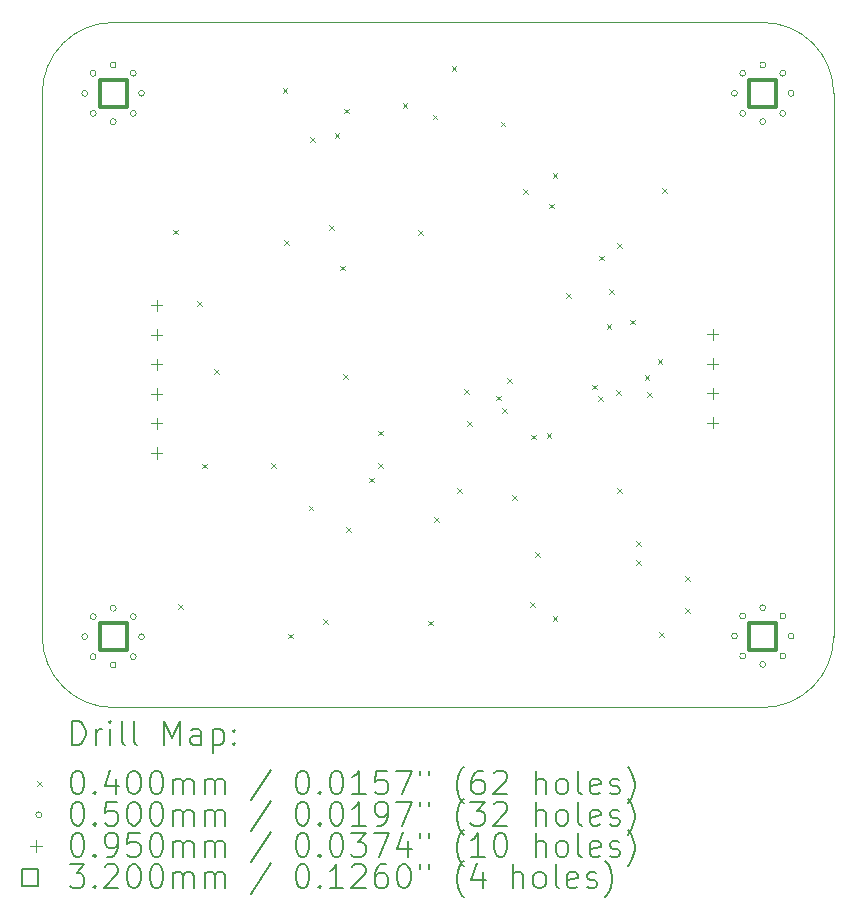
<source format=gbr>
%TF.GenerationSoftware,KiCad,Pcbnew,(6.0.9)*%
%TF.CreationDate,2023-01-31T17:33:41+01:00*%
%TF.ProjectId,driver_stepper_motor,64726976-6572-45f7-9374-65707065725f,2*%
%TF.SameCoordinates,Original*%
%TF.FileFunction,Drillmap*%
%TF.FilePolarity,Positive*%
%FSLAX45Y45*%
G04 Gerber Fmt 4.5, Leading zero omitted, Abs format (unit mm)*
G04 Created by KiCad (PCBNEW (6.0.9)) date 2023-01-31 17:33:41*
%MOMM*%
%LPD*%
G01*
G04 APERTURE LIST*
%ADD10C,0.100000*%
%ADD11C,0.200000*%
%ADD12C,0.040000*%
%ADD13C,0.050000*%
%ADD14C,0.095000*%
%ADD15C,0.320000*%
G04 APERTURE END LIST*
D10*
X5600000Y-18200000D02*
X5600000Y-13600000D01*
X11700000Y-18800000D02*
X6200000Y-18800000D01*
X12300000Y-13600000D02*
X12300000Y-18200000D01*
X6200000Y-13000000D02*
X11700000Y-13000000D01*
X6200000Y-13000000D02*
G75*
G03*
X5600000Y-13600000I0J-600000D01*
G01*
X5600000Y-18200000D02*
G75*
G03*
X6200000Y-18800000I600000J0D01*
G01*
X11700000Y-18800000D02*
G75*
G03*
X12300000Y-18200000I0J600000D01*
G01*
X12300000Y-13600000D02*
G75*
G03*
X11700000Y-13000000I-600000J0D01*
G01*
D11*
D12*
X6705000Y-14755000D02*
X6745000Y-14795000D01*
X6745000Y-14755000D02*
X6705000Y-14795000D01*
X6747500Y-17922500D02*
X6787500Y-17962500D01*
X6787500Y-17922500D02*
X6747500Y-17962500D01*
X6912500Y-15357500D02*
X6952500Y-15397500D01*
X6952500Y-15357500D02*
X6912500Y-15397500D01*
X6955000Y-16735000D02*
X6995000Y-16775000D01*
X6995000Y-16735000D02*
X6955000Y-16775000D01*
X7057500Y-15937500D02*
X7097500Y-15977500D01*
X7097500Y-15937500D02*
X7057500Y-15977500D01*
X7535000Y-16730000D02*
X7575000Y-16770000D01*
X7575000Y-16730000D02*
X7535000Y-16770000D01*
X7635000Y-13555000D02*
X7675000Y-13595000D01*
X7675000Y-13555000D02*
X7635000Y-13595000D01*
X7645000Y-14840000D02*
X7685000Y-14880000D01*
X7685000Y-14840000D02*
X7645000Y-14880000D01*
X7680000Y-18175000D02*
X7720000Y-18215000D01*
X7720000Y-18175000D02*
X7680000Y-18215000D01*
X7855000Y-17090000D02*
X7895000Y-17130000D01*
X7895000Y-17090000D02*
X7855000Y-17130000D01*
X7870000Y-13970000D02*
X7910000Y-14010000D01*
X7910000Y-13970000D02*
X7870000Y-14010000D01*
X7975000Y-18050000D02*
X8015000Y-18090000D01*
X8015000Y-18050000D02*
X7975000Y-18090000D01*
X8030000Y-14715000D02*
X8070000Y-14755000D01*
X8070000Y-14715000D02*
X8030000Y-14755000D01*
X8075000Y-13935000D02*
X8115000Y-13975000D01*
X8115000Y-13935000D02*
X8075000Y-13975000D01*
X8120000Y-15060000D02*
X8160000Y-15100000D01*
X8160000Y-15060000D02*
X8120000Y-15100000D01*
X8150000Y-15980000D02*
X8190000Y-16020000D01*
X8190000Y-15980000D02*
X8150000Y-16020000D01*
X8155000Y-13730000D02*
X8195000Y-13770000D01*
X8195000Y-13730000D02*
X8155000Y-13770000D01*
X8170000Y-17270000D02*
X8210000Y-17310000D01*
X8210000Y-17270000D02*
X8170000Y-17310000D01*
X8365000Y-16855000D02*
X8405000Y-16895000D01*
X8405000Y-16855000D02*
X8365000Y-16895000D01*
X8445000Y-16455000D02*
X8485000Y-16495000D01*
X8485000Y-16455000D02*
X8445000Y-16495000D01*
X8445000Y-16730000D02*
X8485000Y-16770000D01*
X8485000Y-16730000D02*
X8445000Y-16770000D01*
X8650000Y-13682550D02*
X8690000Y-13722550D01*
X8690000Y-13682550D02*
X8650000Y-13722550D01*
X8785000Y-14760000D02*
X8825000Y-14800000D01*
X8825000Y-14760000D02*
X8785000Y-14800000D01*
X8865000Y-18065000D02*
X8905000Y-18105000D01*
X8905000Y-18065000D02*
X8865000Y-18105000D01*
X8905000Y-13780000D02*
X8945000Y-13820000D01*
X8945000Y-13780000D02*
X8905000Y-13820000D01*
X8915000Y-17190000D02*
X8955000Y-17230000D01*
X8955000Y-17190000D02*
X8915000Y-17230000D01*
X9065000Y-13370000D02*
X9105000Y-13410000D01*
X9105000Y-13370000D02*
X9065000Y-13410000D01*
X9115000Y-16945000D02*
X9155000Y-16985000D01*
X9155000Y-16945000D02*
X9115000Y-16985000D01*
X9170000Y-16105000D02*
X9210000Y-16145000D01*
X9210000Y-16105000D02*
X9170000Y-16145000D01*
X9194500Y-16375050D02*
X9234500Y-16415050D01*
X9234500Y-16375050D02*
X9194500Y-16415050D01*
X9445000Y-16160000D02*
X9485000Y-16200000D01*
X9485000Y-16160000D02*
X9445000Y-16200000D01*
X9480000Y-13840000D02*
X9520000Y-13880000D01*
X9520000Y-13840000D02*
X9480000Y-13880000D01*
X9495000Y-16265000D02*
X9535000Y-16305000D01*
X9535000Y-16265000D02*
X9495000Y-16305000D01*
X9535000Y-16010000D02*
X9575000Y-16050000D01*
X9575000Y-16010000D02*
X9535000Y-16050000D01*
X9580000Y-17000000D02*
X9620000Y-17040000D01*
X9620000Y-17000000D02*
X9580000Y-17040000D01*
X9670000Y-14410000D02*
X9710000Y-14450000D01*
X9710000Y-14410000D02*
X9670000Y-14450000D01*
X9730000Y-17905000D02*
X9770000Y-17945000D01*
X9770000Y-17905000D02*
X9730000Y-17945000D01*
X9740000Y-16490000D02*
X9780000Y-16530000D01*
X9780000Y-16490000D02*
X9740000Y-16530000D01*
X9770000Y-17487450D02*
X9810000Y-17527450D01*
X9810000Y-17487450D02*
X9770000Y-17527450D01*
X9870000Y-16475000D02*
X9910000Y-16515000D01*
X9910000Y-16475000D02*
X9870000Y-16515000D01*
X9890000Y-14535000D02*
X9930000Y-14575000D01*
X9930000Y-14535000D02*
X9890000Y-14575000D01*
X9920000Y-14275000D02*
X9960000Y-14315000D01*
X9960000Y-14275000D02*
X9920000Y-14315000D01*
X9920000Y-18025000D02*
X9960000Y-18065000D01*
X9960000Y-18025000D02*
X9920000Y-18065000D01*
X10035000Y-15290000D02*
X10075000Y-15330000D01*
X10075000Y-15290000D02*
X10035000Y-15330000D01*
X10258112Y-16067082D02*
X10298112Y-16107082D01*
X10298112Y-16067082D02*
X10258112Y-16107082D01*
X10305000Y-16165000D02*
X10345000Y-16205000D01*
X10345000Y-16165000D02*
X10305000Y-16205000D01*
X10315000Y-14975000D02*
X10355000Y-15015000D01*
X10355000Y-14975000D02*
X10315000Y-15015000D01*
X10377500Y-15552500D02*
X10417500Y-15592500D01*
X10417500Y-15552500D02*
X10377500Y-15592500D01*
X10400000Y-15255000D02*
X10440000Y-15295000D01*
X10440000Y-15255000D02*
X10400000Y-15295000D01*
X10460000Y-16110000D02*
X10500000Y-16150000D01*
X10500000Y-16110000D02*
X10460000Y-16150000D01*
X10470000Y-14870000D02*
X10510000Y-14910000D01*
X10510000Y-14870000D02*
X10470000Y-14910000D01*
X10470000Y-16945000D02*
X10510000Y-16985000D01*
X10510000Y-16945000D02*
X10470000Y-16985000D01*
X10575000Y-15515000D02*
X10615000Y-15555000D01*
X10615000Y-15515000D02*
X10575000Y-15555000D01*
X10630000Y-17390000D02*
X10670000Y-17430000D01*
X10670000Y-17390000D02*
X10630000Y-17430000D01*
X10630000Y-17555000D02*
X10670000Y-17595000D01*
X10670000Y-17555000D02*
X10630000Y-17595000D01*
X10700000Y-15985000D02*
X10740000Y-16025000D01*
X10740000Y-15985000D02*
X10700000Y-16025000D01*
X10720000Y-16130000D02*
X10760000Y-16170000D01*
X10760000Y-16130000D02*
X10720000Y-16170000D01*
X10810000Y-15850000D02*
X10850000Y-15890000D01*
X10850000Y-15850000D02*
X10810000Y-15890000D01*
X10825000Y-18165000D02*
X10865000Y-18205000D01*
X10865000Y-18165000D02*
X10825000Y-18205000D01*
X10850000Y-14405000D02*
X10890000Y-14445000D01*
X10890000Y-14405000D02*
X10850000Y-14445000D01*
X11040000Y-17685000D02*
X11080000Y-17725000D01*
X11080000Y-17685000D02*
X11040000Y-17725000D01*
X11045000Y-17960000D02*
X11085000Y-18000000D01*
X11085000Y-17960000D02*
X11045000Y-18000000D01*
D13*
X5985000Y-13600000D02*
G75*
G03*
X5985000Y-13600000I-25000J0D01*
G01*
X5985000Y-18200000D02*
G75*
G03*
X5985000Y-18200000I-25000J0D01*
G01*
X6055294Y-13430294D02*
G75*
G03*
X6055294Y-13430294I-25000J0D01*
G01*
X6055294Y-13769706D02*
G75*
G03*
X6055294Y-13769706I-25000J0D01*
G01*
X6055294Y-18030294D02*
G75*
G03*
X6055294Y-18030294I-25000J0D01*
G01*
X6055294Y-18369706D02*
G75*
G03*
X6055294Y-18369706I-25000J0D01*
G01*
X6225000Y-13360000D02*
G75*
G03*
X6225000Y-13360000I-25000J0D01*
G01*
X6225000Y-13840000D02*
G75*
G03*
X6225000Y-13840000I-25000J0D01*
G01*
X6225000Y-17960000D02*
G75*
G03*
X6225000Y-17960000I-25000J0D01*
G01*
X6225000Y-18440000D02*
G75*
G03*
X6225000Y-18440000I-25000J0D01*
G01*
X6394706Y-13430294D02*
G75*
G03*
X6394706Y-13430294I-25000J0D01*
G01*
X6394706Y-13769706D02*
G75*
G03*
X6394706Y-13769706I-25000J0D01*
G01*
X6394706Y-18030294D02*
G75*
G03*
X6394706Y-18030294I-25000J0D01*
G01*
X6394706Y-18369706D02*
G75*
G03*
X6394706Y-18369706I-25000J0D01*
G01*
X6465000Y-13600000D02*
G75*
G03*
X6465000Y-13600000I-25000J0D01*
G01*
X6465000Y-18200000D02*
G75*
G03*
X6465000Y-18200000I-25000J0D01*
G01*
X11485000Y-13600000D02*
G75*
G03*
X11485000Y-13600000I-25000J0D01*
G01*
X11485000Y-18195000D02*
G75*
G03*
X11485000Y-18195000I-25000J0D01*
G01*
X11555294Y-13430294D02*
G75*
G03*
X11555294Y-13430294I-25000J0D01*
G01*
X11555294Y-13769706D02*
G75*
G03*
X11555294Y-13769706I-25000J0D01*
G01*
X11555294Y-18025294D02*
G75*
G03*
X11555294Y-18025294I-25000J0D01*
G01*
X11555294Y-18364706D02*
G75*
G03*
X11555294Y-18364706I-25000J0D01*
G01*
X11725000Y-13360000D02*
G75*
G03*
X11725000Y-13360000I-25000J0D01*
G01*
X11725000Y-13840000D02*
G75*
G03*
X11725000Y-13840000I-25000J0D01*
G01*
X11725000Y-17955000D02*
G75*
G03*
X11725000Y-17955000I-25000J0D01*
G01*
X11725000Y-18435000D02*
G75*
G03*
X11725000Y-18435000I-25000J0D01*
G01*
X11894706Y-13430294D02*
G75*
G03*
X11894706Y-13430294I-25000J0D01*
G01*
X11894706Y-13769706D02*
G75*
G03*
X11894706Y-13769706I-25000J0D01*
G01*
X11894706Y-18025294D02*
G75*
G03*
X11894706Y-18025294I-25000J0D01*
G01*
X11894706Y-18364706D02*
G75*
G03*
X11894706Y-18364706I-25000J0D01*
G01*
X11965000Y-13600000D02*
G75*
G03*
X11965000Y-13600000I-25000J0D01*
G01*
X11965000Y-18195000D02*
G75*
G03*
X11965000Y-18195000I-25000J0D01*
G01*
D14*
X6567500Y-15347500D02*
X6567500Y-15442500D01*
X6520000Y-15395000D02*
X6615000Y-15395000D01*
X6567500Y-15597500D02*
X6567500Y-15692500D01*
X6520000Y-15645000D02*
X6615000Y-15645000D01*
X6567500Y-15847500D02*
X6567500Y-15942500D01*
X6520000Y-15895000D02*
X6615000Y-15895000D01*
X6567500Y-16097500D02*
X6567500Y-16192500D01*
X6520000Y-16145000D02*
X6615000Y-16145000D01*
X6567500Y-16347500D02*
X6567500Y-16442500D01*
X6520000Y-16395000D02*
X6615000Y-16395000D01*
X6567500Y-16597500D02*
X6567500Y-16692500D01*
X6520000Y-16645000D02*
X6615000Y-16645000D01*
X11275000Y-15592500D02*
X11275000Y-15687500D01*
X11227500Y-15640000D02*
X11322500Y-15640000D01*
X11275000Y-15842500D02*
X11275000Y-15937500D01*
X11227500Y-15890000D02*
X11322500Y-15890000D01*
X11275000Y-16092500D02*
X11275000Y-16187500D01*
X11227500Y-16140000D02*
X11322500Y-16140000D01*
X11275000Y-16342500D02*
X11275000Y-16437500D01*
X11227500Y-16390000D02*
X11322500Y-16390000D01*
D15*
X6313138Y-13713138D02*
X6313138Y-13486862D01*
X6086862Y-13486862D01*
X6086862Y-13713138D01*
X6313138Y-13713138D01*
X6313138Y-18313138D02*
X6313138Y-18086862D01*
X6086862Y-18086862D01*
X6086862Y-18313138D01*
X6313138Y-18313138D01*
X11813138Y-13713138D02*
X11813138Y-13486862D01*
X11586862Y-13486862D01*
X11586862Y-13713138D01*
X11813138Y-13713138D01*
X11813138Y-18313138D02*
X11813138Y-18086862D01*
X11586862Y-18086862D01*
X11586862Y-18313138D01*
X11813138Y-18313138D01*
D11*
X5852619Y-19115476D02*
X5852619Y-18915476D01*
X5900238Y-18915476D01*
X5928809Y-18925000D01*
X5947857Y-18944048D01*
X5957381Y-18963095D01*
X5966905Y-19001190D01*
X5966905Y-19029762D01*
X5957381Y-19067857D01*
X5947857Y-19086905D01*
X5928809Y-19105952D01*
X5900238Y-19115476D01*
X5852619Y-19115476D01*
X6052619Y-19115476D02*
X6052619Y-18982143D01*
X6052619Y-19020238D02*
X6062143Y-19001190D01*
X6071667Y-18991667D01*
X6090714Y-18982143D01*
X6109762Y-18982143D01*
X6176428Y-19115476D02*
X6176428Y-18982143D01*
X6176428Y-18915476D02*
X6166905Y-18925000D01*
X6176428Y-18934524D01*
X6185952Y-18925000D01*
X6176428Y-18915476D01*
X6176428Y-18934524D01*
X6300238Y-19115476D02*
X6281190Y-19105952D01*
X6271667Y-19086905D01*
X6271667Y-18915476D01*
X6405000Y-19115476D02*
X6385952Y-19105952D01*
X6376428Y-19086905D01*
X6376428Y-18915476D01*
X6633571Y-19115476D02*
X6633571Y-18915476D01*
X6700238Y-19058333D01*
X6766905Y-18915476D01*
X6766905Y-19115476D01*
X6947857Y-19115476D02*
X6947857Y-19010714D01*
X6938333Y-18991667D01*
X6919286Y-18982143D01*
X6881190Y-18982143D01*
X6862143Y-18991667D01*
X6947857Y-19105952D02*
X6928809Y-19115476D01*
X6881190Y-19115476D01*
X6862143Y-19105952D01*
X6852619Y-19086905D01*
X6852619Y-19067857D01*
X6862143Y-19048810D01*
X6881190Y-19039286D01*
X6928809Y-19039286D01*
X6947857Y-19029762D01*
X7043095Y-18982143D02*
X7043095Y-19182143D01*
X7043095Y-18991667D02*
X7062143Y-18982143D01*
X7100238Y-18982143D01*
X7119286Y-18991667D01*
X7128809Y-19001190D01*
X7138333Y-19020238D01*
X7138333Y-19077381D01*
X7128809Y-19096429D01*
X7119286Y-19105952D01*
X7100238Y-19115476D01*
X7062143Y-19115476D01*
X7043095Y-19105952D01*
X7224048Y-19096429D02*
X7233571Y-19105952D01*
X7224048Y-19115476D01*
X7214524Y-19105952D01*
X7224048Y-19096429D01*
X7224048Y-19115476D01*
X7224048Y-18991667D02*
X7233571Y-19001190D01*
X7224048Y-19010714D01*
X7214524Y-19001190D01*
X7224048Y-18991667D01*
X7224048Y-19010714D01*
D12*
X5555000Y-19425000D02*
X5595000Y-19465000D01*
X5595000Y-19425000D02*
X5555000Y-19465000D01*
D11*
X5890714Y-19335476D02*
X5909762Y-19335476D01*
X5928809Y-19345000D01*
X5938333Y-19354524D01*
X5947857Y-19373571D01*
X5957381Y-19411667D01*
X5957381Y-19459286D01*
X5947857Y-19497381D01*
X5938333Y-19516429D01*
X5928809Y-19525952D01*
X5909762Y-19535476D01*
X5890714Y-19535476D01*
X5871667Y-19525952D01*
X5862143Y-19516429D01*
X5852619Y-19497381D01*
X5843095Y-19459286D01*
X5843095Y-19411667D01*
X5852619Y-19373571D01*
X5862143Y-19354524D01*
X5871667Y-19345000D01*
X5890714Y-19335476D01*
X6043095Y-19516429D02*
X6052619Y-19525952D01*
X6043095Y-19535476D01*
X6033571Y-19525952D01*
X6043095Y-19516429D01*
X6043095Y-19535476D01*
X6224048Y-19402143D02*
X6224048Y-19535476D01*
X6176428Y-19325952D02*
X6128809Y-19468810D01*
X6252619Y-19468810D01*
X6366905Y-19335476D02*
X6385952Y-19335476D01*
X6405000Y-19345000D01*
X6414524Y-19354524D01*
X6424048Y-19373571D01*
X6433571Y-19411667D01*
X6433571Y-19459286D01*
X6424048Y-19497381D01*
X6414524Y-19516429D01*
X6405000Y-19525952D01*
X6385952Y-19535476D01*
X6366905Y-19535476D01*
X6347857Y-19525952D01*
X6338333Y-19516429D01*
X6328809Y-19497381D01*
X6319286Y-19459286D01*
X6319286Y-19411667D01*
X6328809Y-19373571D01*
X6338333Y-19354524D01*
X6347857Y-19345000D01*
X6366905Y-19335476D01*
X6557381Y-19335476D02*
X6576428Y-19335476D01*
X6595476Y-19345000D01*
X6605000Y-19354524D01*
X6614524Y-19373571D01*
X6624048Y-19411667D01*
X6624048Y-19459286D01*
X6614524Y-19497381D01*
X6605000Y-19516429D01*
X6595476Y-19525952D01*
X6576428Y-19535476D01*
X6557381Y-19535476D01*
X6538333Y-19525952D01*
X6528809Y-19516429D01*
X6519286Y-19497381D01*
X6509762Y-19459286D01*
X6509762Y-19411667D01*
X6519286Y-19373571D01*
X6528809Y-19354524D01*
X6538333Y-19345000D01*
X6557381Y-19335476D01*
X6709762Y-19535476D02*
X6709762Y-19402143D01*
X6709762Y-19421190D02*
X6719286Y-19411667D01*
X6738333Y-19402143D01*
X6766905Y-19402143D01*
X6785952Y-19411667D01*
X6795476Y-19430714D01*
X6795476Y-19535476D01*
X6795476Y-19430714D02*
X6805000Y-19411667D01*
X6824048Y-19402143D01*
X6852619Y-19402143D01*
X6871667Y-19411667D01*
X6881190Y-19430714D01*
X6881190Y-19535476D01*
X6976428Y-19535476D02*
X6976428Y-19402143D01*
X6976428Y-19421190D02*
X6985952Y-19411667D01*
X7005000Y-19402143D01*
X7033571Y-19402143D01*
X7052619Y-19411667D01*
X7062143Y-19430714D01*
X7062143Y-19535476D01*
X7062143Y-19430714D02*
X7071667Y-19411667D01*
X7090714Y-19402143D01*
X7119286Y-19402143D01*
X7138333Y-19411667D01*
X7147857Y-19430714D01*
X7147857Y-19535476D01*
X7538333Y-19325952D02*
X7366905Y-19583095D01*
X7795476Y-19335476D02*
X7814524Y-19335476D01*
X7833571Y-19345000D01*
X7843095Y-19354524D01*
X7852619Y-19373571D01*
X7862143Y-19411667D01*
X7862143Y-19459286D01*
X7852619Y-19497381D01*
X7843095Y-19516429D01*
X7833571Y-19525952D01*
X7814524Y-19535476D01*
X7795476Y-19535476D01*
X7776428Y-19525952D01*
X7766905Y-19516429D01*
X7757381Y-19497381D01*
X7747857Y-19459286D01*
X7747857Y-19411667D01*
X7757381Y-19373571D01*
X7766905Y-19354524D01*
X7776428Y-19345000D01*
X7795476Y-19335476D01*
X7947857Y-19516429D02*
X7957381Y-19525952D01*
X7947857Y-19535476D01*
X7938333Y-19525952D01*
X7947857Y-19516429D01*
X7947857Y-19535476D01*
X8081190Y-19335476D02*
X8100238Y-19335476D01*
X8119286Y-19345000D01*
X8128809Y-19354524D01*
X8138333Y-19373571D01*
X8147857Y-19411667D01*
X8147857Y-19459286D01*
X8138333Y-19497381D01*
X8128809Y-19516429D01*
X8119286Y-19525952D01*
X8100238Y-19535476D01*
X8081190Y-19535476D01*
X8062143Y-19525952D01*
X8052619Y-19516429D01*
X8043095Y-19497381D01*
X8033571Y-19459286D01*
X8033571Y-19411667D01*
X8043095Y-19373571D01*
X8052619Y-19354524D01*
X8062143Y-19345000D01*
X8081190Y-19335476D01*
X8338333Y-19535476D02*
X8224048Y-19535476D01*
X8281190Y-19535476D02*
X8281190Y-19335476D01*
X8262143Y-19364048D01*
X8243095Y-19383095D01*
X8224048Y-19392619D01*
X8519286Y-19335476D02*
X8424048Y-19335476D01*
X8414524Y-19430714D01*
X8424048Y-19421190D01*
X8443095Y-19411667D01*
X8490714Y-19411667D01*
X8509762Y-19421190D01*
X8519286Y-19430714D01*
X8528810Y-19449762D01*
X8528810Y-19497381D01*
X8519286Y-19516429D01*
X8509762Y-19525952D01*
X8490714Y-19535476D01*
X8443095Y-19535476D01*
X8424048Y-19525952D01*
X8414524Y-19516429D01*
X8595476Y-19335476D02*
X8728810Y-19335476D01*
X8643095Y-19535476D01*
X8795476Y-19335476D02*
X8795476Y-19373571D01*
X8871667Y-19335476D02*
X8871667Y-19373571D01*
X9166905Y-19611667D02*
X9157381Y-19602143D01*
X9138333Y-19573571D01*
X9128810Y-19554524D01*
X9119286Y-19525952D01*
X9109762Y-19478333D01*
X9109762Y-19440238D01*
X9119286Y-19392619D01*
X9128810Y-19364048D01*
X9138333Y-19345000D01*
X9157381Y-19316429D01*
X9166905Y-19306905D01*
X9328810Y-19335476D02*
X9290714Y-19335476D01*
X9271667Y-19345000D01*
X9262143Y-19354524D01*
X9243095Y-19383095D01*
X9233571Y-19421190D01*
X9233571Y-19497381D01*
X9243095Y-19516429D01*
X9252619Y-19525952D01*
X9271667Y-19535476D01*
X9309762Y-19535476D01*
X9328810Y-19525952D01*
X9338333Y-19516429D01*
X9347857Y-19497381D01*
X9347857Y-19449762D01*
X9338333Y-19430714D01*
X9328810Y-19421190D01*
X9309762Y-19411667D01*
X9271667Y-19411667D01*
X9252619Y-19421190D01*
X9243095Y-19430714D01*
X9233571Y-19449762D01*
X9424048Y-19354524D02*
X9433571Y-19345000D01*
X9452619Y-19335476D01*
X9500238Y-19335476D01*
X9519286Y-19345000D01*
X9528810Y-19354524D01*
X9538333Y-19373571D01*
X9538333Y-19392619D01*
X9528810Y-19421190D01*
X9414524Y-19535476D01*
X9538333Y-19535476D01*
X9776429Y-19535476D02*
X9776429Y-19335476D01*
X9862143Y-19535476D02*
X9862143Y-19430714D01*
X9852619Y-19411667D01*
X9833571Y-19402143D01*
X9805000Y-19402143D01*
X9785952Y-19411667D01*
X9776429Y-19421190D01*
X9985952Y-19535476D02*
X9966905Y-19525952D01*
X9957381Y-19516429D01*
X9947857Y-19497381D01*
X9947857Y-19440238D01*
X9957381Y-19421190D01*
X9966905Y-19411667D01*
X9985952Y-19402143D01*
X10014524Y-19402143D01*
X10033571Y-19411667D01*
X10043095Y-19421190D01*
X10052619Y-19440238D01*
X10052619Y-19497381D01*
X10043095Y-19516429D01*
X10033571Y-19525952D01*
X10014524Y-19535476D01*
X9985952Y-19535476D01*
X10166905Y-19535476D02*
X10147857Y-19525952D01*
X10138333Y-19506905D01*
X10138333Y-19335476D01*
X10319286Y-19525952D02*
X10300238Y-19535476D01*
X10262143Y-19535476D01*
X10243095Y-19525952D01*
X10233571Y-19506905D01*
X10233571Y-19430714D01*
X10243095Y-19411667D01*
X10262143Y-19402143D01*
X10300238Y-19402143D01*
X10319286Y-19411667D01*
X10328810Y-19430714D01*
X10328810Y-19449762D01*
X10233571Y-19468810D01*
X10405000Y-19525952D02*
X10424048Y-19535476D01*
X10462143Y-19535476D01*
X10481190Y-19525952D01*
X10490714Y-19506905D01*
X10490714Y-19497381D01*
X10481190Y-19478333D01*
X10462143Y-19468810D01*
X10433571Y-19468810D01*
X10414524Y-19459286D01*
X10405000Y-19440238D01*
X10405000Y-19430714D01*
X10414524Y-19411667D01*
X10433571Y-19402143D01*
X10462143Y-19402143D01*
X10481190Y-19411667D01*
X10557381Y-19611667D02*
X10566905Y-19602143D01*
X10585952Y-19573571D01*
X10595476Y-19554524D01*
X10605000Y-19525952D01*
X10614524Y-19478333D01*
X10614524Y-19440238D01*
X10605000Y-19392619D01*
X10595476Y-19364048D01*
X10585952Y-19345000D01*
X10566905Y-19316429D01*
X10557381Y-19306905D01*
D13*
X5595000Y-19709000D02*
G75*
G03*
X5595000Y-19709000I-25000J0D01*
G01*
D11*
X5890714Y-19599476D02*
X5909762Y-19599476D01*
X5928809Y-19609000D01*
X5938333Y-19618524D01*
X5947857Y-19637571D01*
X5957381Y-19675667D01*
X5957381Y-19723286D01*
X5947857Y-19761381D01*
X5938333Y-19780429D01*
X5928809Y-19789952D01*
X5909762Y-19799476D01*
X5890714Y-19799476D01*
X5871667Y-19789952D01*
X5862143Y-19780429D01*
X5852619Y-19761381D01*
X5843095Y-19723286D01*
X5843095Y-19675667D01*
X5852619Y-19637571D01*
X5862143Y-19618524D01*
X5871667Y-19609000D01*
X5890714Y-19599476D01*
X6043095Y-19780429D02*
X6052619Y-19789952D01*
X6043095Y-19799476D01*
X6033571Y-19789952D01*
X6043095Y-19780429D01*
X6043095Y-19799476D01*
X6233571Y-19599476D02*
X6138333Y-19599476D01*
X6128809Y-19694714D01*
X6138333Y-19685190D01*
X6157381Y-19675667D01*
X6205000Y-19675667D01*
X6224048Y-19685190D01*
X6233571Y-19694714D01*
X6243095Y-19713762D01*
X6243095Y-19761381D01*
X6233571Y-19780429D01*
X6224048Y-19789952D01*
X6205000Y-19799476D01*
X6157381Y-19799476D01*
X6138333Y-19789952D01*
X6128809Y-19780429D01*
X6366905Y-19599476D02*
X6385952Y-19599476D01*
X6405000Y-19609000D01*
X6414524Y-19618524D01*
X6424048Y-19637571D01*
X6433571Y-19675667D01*
X6433571Y-19723286D01*
X6424048Y-19761381D01*
X6414524Y-19780429D01*
X6405000Y-19789952D01*
X6385952Y-19799476D01*
X6366905Y-19799476D01*
X6347857Y-19789952D01*
X6338333Y-19780429D01*
X6328809Y-19761381D01*
X6319286Y-19723286D01*
X6319286Y-19675667D01*
X6328809Y-19637571D01*
X6338333Y-19618524D01*
X6347857Y-19609000D01*
X6366905Y-19599476D01*
X6557381Y-19599476D02*
X6576428Y-19599476D01*
X6595476Y-19609000D01*
X6605000Y-19618524D01*
X6614524Y-19637571D01*
X6624048Y-19675667D01*
X6624048Y-19723286D01*
X6614524Y-19761381D01*
X6605000Y-19780429D01*
X6595476Y-19789952D01*
X6576428Y-19799476D01*
X6557381Y-19799476D01*
X6538333Y-19789952D01*
X6528809Y-19780429D01*
X6519286Y-19761381D01*
X6509762Y-19723286D01*
X6509762Y-19675667D01*
X6519286Y-19637571D01*
X6528809Y-19618524D01*
X6538333Y-19609000D01*
X6557381Y-19599476D01*
X6709762Y-19799476D02*
X6709762Y-19666143D01*
X6709762Y-19685190D02*
X6719286Y-19675667D01*
X6738333Y-19666143D01*
X6766905Y-19666143D01*
X6785952Y-19675667D01*
X6795476Y-19694714D01*
X6795476Y-19799476D01*
X6795476Y-19694714D02*
X6805000Y-19675667D01*
X6824048Y-19666143D01*
X6852619Y-19666143D01*
X6871667Y-19675667D01*
X6881190Y-19694714D01*
X6881190Y-19799476D01*
X6976428Y-19799476D02*
X6976428Y-19666143D01*
X6976428Y-19685190D02*
X6985952Y-19675667D01*
X7005000Y-19666143D01*
X7033571Y-19666143D01*
X7052619Y-19675667D01*
X7062143Y-19694714D01*
X7062143Y-19799476D01*
X7062143Y-19694714D02*
X7071667Y-19675667D01*
X7090714Y-19666143D01*
X7119286Y-19666143D01*
X7138333Y-19675667D01*
X7147857Y-19694714D01*
X7147857Y-19799476D01*
X7538333Y-19589952D02*
X7366905Y-19847095D01*
X7795476Y-19599476D02*
X7814524Y-19599476D01*
X7833571Y-19609000D01*
X7843095Y-19618524D01*
X7852619Y-19637571D01*
X7862143Y-19675667D01*
X7862143Y-19723286D01*
X7852619Y-19761381D01*
X7843095Y-19780429D01*
X7833571Y-19789952D01*
X7814524Y-19799476D01*
X7795476Y-19799476D01*
X7776428Y-19789952D01*
X7766905Y-19780429D01*
X7757381Y-19761381D01*
X7747857Y-19723286D01*
X7747857Y-19675667D01*
X7757381Y-19637571D01*
X7766905Y-19618524D01*
X7776428Y-19609000D01*
X7795476Y-19599476D01*
X7947857Y-19780429D02*
X7957381Y-19789952D01*
X7947857Y-19799476D01*
X7938333Y-19789952D01*
X7947857Y-19780429D01*
X7947857Y-19799476D01*
X8081190Y-19599476D02*
X8100238Y-19599476D01*
X8119286Y-19609000D01*
X8128809Y-19618524D01*
X8138333Y-19637571D01*
X8147857Y-19675667D01*
X8147857Y-19723286D01*
X8138333Y-19761381D01*
X8128809Y-19780429D01*
X8119286Y-19789952D01*
X8100238Y-19799476D01*
X8081190Y-19799476D01*
X8062143Y-19789952D01*
X8052619Y-19780429D01*
X8043095Y-19761381D01*
X8033571Y-19723286D01*
X8033571Y-19675667D01*
X8043095Y-19637571D01*
X8052619Y-19618524D01*
X8062143Y-19609000D01*
X8081190Y-19599476D01*
X8338333Y-19799476D02*
X8224048Y-19799476D01*
X8281190Y-19799476D02*
X8281190Y-19599476D01*
X8262143Y-19628048D01*
X8243095Y-19647095D01*
X8224048Y-19656619D01*
X8433571Y-19799476D02*
X8471667Y-19799476D01*
X8490714Y-19789952D01*
X8500238Y-19780429D01*
X8519286Y-19751857D01*
X8528810Y-19713762D01*
X8528810Y-19637571D01*
X8519286Y-19618524D01*
X8509762Y-19609000D01*
X8490714Y-19599476D01*
X8452619Y-19599476D01*
X8433571Y-19609000D01*
X8424048Y-19618524D01*
X8414524Y-19637571D01*
X8414524Y-19685190D01*
X8424048Y-19704238D01*
X8433571Y-19713762D01*
X8452619Y-19723286D01*
X8490714Y-19723286D01*
X8509762Y-19713762D01*
X8519286Y-19704238D01*
X8528810Y-19685190D01*
X8595476Y-19599476D02*
X8728810Y-19599476D01*
X8643095Y-19799476D01*
X8795476Y-19599476D02*
X8795476Y-19637571D01*
X8871667Y-19599476D02*
X8871667Y-19637571D01*
X9166905Y-19875667D02*
X9157381Y-19866143D01*
X9138333Y-19837571D01*
X9128810Y-19818524D01*
X9119286Y-19789952D01*
X9109762Y-19742333D01*
X9109762Y-19704238D01*
X9119286Y-19656619D01*
X9128810Y-19628048D01*
X9138333Y-19609000D01*
X9157381Y-19580429D01*
X9166905Y-19570905D01*
X9224048Y-19599476D02*
X9347857Y-19599476D01*
X9281190Y-19675667D01*
X9309762Y-19675667D01*
X9328810Y-19685190D01*
X9338333Y-19694714D01*
X9347857Y-19713762D01*
X9347857Y-19761381D01*
X9338333Y-19780429D01*
X9328810Y-19789952D01*
X9309762Y-19799476D01*
X9252619Y-19799476D01*
X9233571Y-19789952D01*
X9224048Y-19780429D01*
X9424048Y-19618524D02*
X9433571Y-19609000D01*
X9452619Y-19599476D01*
X9500238Y-19599476D01*
X9519286Y-19609000D01*
X9528810Y-19618524D01*
X9538333Y-19637571D01*
X9538333Y-19656619D01*
X9528810Y-19685190D01*
X9414524Y-19799476D01*
X9538333Y-19799476D01*
X9776429Y-19799476D02*
X9776429Y-19599476D01*
X9862143Y-19799476D02*
X9862143Y-19694714D01*
X9852619Y-19675667D01*
X9833571Y-19666143D01*
X9805000Y-19666143D01*
X9785952Y-19675667D01*
X9776429Y-19685190D01*
X9985952Y-19799476D02*
X9966905Y-19789952D01*
X9957381Y-19780429D01*
X9947857Y-19761381D01*
X9947857Y-19704238D01*
X9957381Y-19685190D01*
X9966905Y-19675667D01*
X9985952Y-19666143D01*
X10014524Y-19666143D01*
X10033571Y-19675667D01*
X10043095Y-19685190D01*
X10052619Y-19704238D01*
X10052619Y-19761381D01*
X10043095Y-19780429D01*
X10033571Y-19789952D01*
X10014524Y-19799476D01*
X9985952Y-19799476D01*
X10166905Y-19799476D02*
X10147857Y-19789952D01*
X10138333Y-19770905D01*
X10138333Y-19599476D01*
X10319286Y-19789952D02*
X10300238Y-19799476D01*
X10262143Y-19799476D01*
X10243095Y-19789952D01*
X10233571Y-19770905D01*
X10233571Y-19694714D01*
X10243095Y-19675667D01*
X10262143Y-19666143D01*
X10300238Y-19666143D01*
X10319286Y-19675667D01*
X10328810Y-19694714D01*
X10328810Y-19713762D01*
X10233571Y-19732810D01*
X10405000Y-19789952D02*
X10424048Y-19799476D01*
X10462143Y-19799476D01*
X10481190Y-19789952D01*
X10490714Y-19770905D01*
X10490714Y-19761381D01*
X10481190Y-19742333D01*
X10462143Y-19732810D01*
X10433571Y-19732810D01*
X10414524Y-19723286D01*
X10405000Y-19704238D01*
X10405000Y-19694714D01*
X10414524Y-19675667D01*
X10433571Y-19666143D01*
X10462143Y-19666143D01*
X10481190Y-19675667D01*
X10557381Y-19875667D02*
X10566905Y-19866143D01*
X10585952Y-19837571D01*
X10595476Y-19818524D01*
X10605000Y-19789952D01*
X10614524Y-19742333D01*
X10614524Y-19704238D01*
X10605000Y-19656619D01*
X10595476Y-19628048D01*
X10585952Y-19609000D01*
X10566905Y-19580429D01*
X10557381Y-19570905D01*
D14*
X5547500Y-19925500D02*
X5547500Y-20020500D01*
X5500000Y-19973000D02*
X5595000Y-19973000D01*
D11*
X5890714Y-19863476D02*
X5909762Y-19863476D01*
X5928809Y-19873000D01*
X5938333Y-19882524D01*
X5947857Y-19901571D01*
X5957381Y-19939667D01*
X5957381Y-19987286D01*
X5947857Y-20025381D01*
X5938333Y-20044429D01*
X5928809Y-20053952D01*
X5909762Y-20063476D01*
X5890714Y-20063476D01*
X5871667Y-20053952D01*
X5862143Y-20044429D01*
X5852619Y-20025381D01*
X5843095Y-19987286D01*
X5843095Y-19939667D01*
X5852619Y-19901571D01*
X5862143Y-19882524D01*
X5871667Y-19873000D01*
X5890714Y-19863476D01*
X6043095Y-20044429D02*
X6052619Y-20053952D01*
X6043095Y-20063476D01*
X6033571Y-20053952D01*
X6043095Y-20044429D01*
X6043095Y-20063476D01*
X6147857Y-20063476D02*
X6185952Y-20063476D01*
X6205000Y-20053952D01*
X6214524Y-20044429D01*
X6233571Y-20015857D01*
X6243095Y-19977762D01*
X6243095Y-19901571D01*
X6233571Y-19882524D01*
X6224048Y-19873000D01*
X6205000Y-19863476D01*
X6166905Y-19863476D01*
X6147857Y-19873000D01*
X6138333Y-19882524D01*
X6128809Y-19901571D01*
X6128809Y-19949190D01*
X6138333Y-19968238D01*
X6147857Y-19977762D01*
X6166905Y-19987286D01*
X6205000Y-19987286D01*
X6224048Y-19977762D01*
X6233571Y-19968238D01*
X6243095Y-19949190D01*
X6424048Y-19863476D02*
X6328809Y-19863476D01*
X6319286Y-19958714D01*
X6328809Y-19949190D01*
X6347857Y-19939667D01*
X6395476Y-19939667D01*
X6414524Y-19949190D01*
X6424048Y-19958714D01*
X6433571Y-19977762D01*
X6433571Y-20025381D01*
X6424048Y-20044429D01*
X6414524Y-20053952D01*
X6395476Y-20063476D01*
X6347857Y-20063476D01*
X6328809Y-20053952D01*
X6319286Y-20044429D01*
X6557381Y-19863476D02*
X6576428Y-19863476D01*
X6595476Y-19873000D01*
X6605000Y-19882524D01*
X6614524Y-19901571D01*
X6624048Y-19939667D01*
X6624048Y-19987286D01*
X6614524Y-20025381D01*
X6605000Y-20044429D01*
X6595476Y-20053952D01*
X6576428Y-20063476D01*
X6557381Y-20063476D01*
X6538333Y-20053952D01*
X6528809Y-20044429D01*
X6519286Y-20025381D01*
X6509762Y-19987286D01*
X6509762Y-19939667D01*
X6519286Y-19901571D01*
X6528809Y-19882524D01*
X6538333Y-19873000D01*
X6557381Y-19863476D01*
X6709762Y-20063476D02*
X6709762Y-19930143D01*
X6709762Y-19949190D02*
X6719286Y-19939667D01*
X6738333Y-19930143D01*
X6766905Y-19930143D01*
X6785952Y-19939667D01*
X6795476Y-19958714D01*
X6795476Y-20063476D01*
X6795476Y-19958714D02*
X6805000Y-19939667D01*
X6824048Y-19930143D01*
X6852619Y-19930143D01*
X6871667Y-19939667D01*
X6881190Y-19958714D01*
X6881190Y-20063476D01*
X6976428Y-20063476D02*
X6976428Y-19930143D01*
X6976428Y-19949190D02*
X6985952Y-19939667D01*
X7005000Y-19930143D01*
X7033571Y-19930143D01*
X7052619Y-19939667D01*
X7062143Y-19958714D01*
X7062143Y-20063476D01*
X7062143Y-19958714D02*
X7071667Y-19939667D01*
X7090714Y-19930143D01*
X7119286Y-19930143D01*
X7138333Y-19939667D01*
X7147857Y-19958714D01*
X7147857Y-20063476D01*
X7538333Y-19853952D02*
X7366905Y-20111095D01*
X7795476Y-19863476D02*
X7814524Y-19863476D01*
X7833571Y-19873000D01*
X7843095Y-19882524D01*
X7852619Y-19901571D01*
X7862143Y-19939667D01*
X7862143Y-19987286D01*
X7852619Y-20025381D01*
X7843095Y-20044429D01*
X7833571Y-20053952D01*
X7814524Y-20063476D01*
X7795476Y-20063476D01*
X7776428Y-20053952D01*
X7766905Y-20044429D01*
X7757381Y-20025381D01*
X7747857Y-19987286D01*
X7747857Y-19939667D01*
X7757381Y-19901571D01*
X7766905Y-19882524D01*
X7776428Y-19873000D01*
X7795476Y-19863476D01*
X7947857Y-20044429D02*
X7957381Y-20053952D01*
X7947857Y-20063476D01*
X7938333Y-20053952D01*
X7947857Y-20044429D01*
X7947857Y-20063476D01*
X8081190Y-19863476D02*
X8100238Y-19863476D01*
X8119286Y-19873000D01*
X8128809Y-19882524D01*
X8138333Y-19901571D01*
X8147857Y-19939667D01*
X8147857Y-19987286D01*
X8138333Y-20025381D01*
X8128809Y-20044429D01*
X8119286Y-20053952D01*
X8100238Y-20063476D01*
X8081190Y-20063476D01*
X8062143Y-20053952D01*
X8052619Y-20044429D01*
X8043095Y-20025381D01*
X8033571Y-19987286D01*
X8033571Y-19939667D01*
X8043095Y-19901571D01*
X8052619Y-19882524D01*
X8062143Y-19873000D01*
X8081190Y-19863476D01*
X8214524Y-19863476D02*
X8338333Y-19863476D01*
X8271667Y-19939667D01*
X8300238Y-19939667D01*
X8319286Y-19949190D01*
X8328809Y-19958714D01*
X8338333Y-19977762D01*
X8338333Y-20025381D01*
X8328809Y-20044429D01*
X8319286Y-20053952D01*
X8300238Y-20063476D01*
X8243095Y-20063476D01*
X8224048Y-20053952D01*
X8214524Y-20044429D01*
X8405000Y-19863476D02*
X8538333Y-19863476D01*
X8452619Y-20063476D01*
X8700238Y-19930143D02*
X8700238Y-20063476D01*
X8652619Y-19853952D02*
X8605000Y-19996810D01*
X8728810Y-19996810D01*
X8795476Y-19863476D02*
X8795476Y-19901571D01*
X8871667Y-19863476D02*
X8871667Y-19901571D01*
X9166905Y-20139667D02*
X9157381Y-20130143D01*
X9138333Y-20101571D01*
X9128810Y-20082524D01*
X9119286Y-20053952D01*
X9109762Y-20006333D01*
X9109762Y-19968238D01*
X9119286Y-19920619D01*
X9128810Y-19892048D01*
X9138333Y-19873000D01*
X9157381Y-19844429D01*
X9166905Y-19834905D01*
X9347857Y-20063476D02*
X9233571Y-20063476D01*
X9290714Y-20063476D02*
X9290714Y-19863476D01*
X9271667Y-19892048D01*
X9252619Y-19911095D01*
X9233571Y-19920619D01*
X9471667Y-19863476D02*
X9490714Y-19863476D01*
X9509762Y-19873000D01*
X9519286Y-19882524D01*
X9528810Y-19901571D01*
X9538333Y-19939667D01*
X9538333Y-19987286D01*
X9528810Y-20025381D01*
X9519286Y-20044429D01*
X9509762Y-20053952D01*
X9490714Y-20063476D01*
X9471667Y-20063476D01*
X9452619Y-20053952D01*
X9443095Y-20044429D01*
X9433571Y-20025381D01*
X9424048Y-19987286D01*
X9424048Y-19939667D01*
X9433571Y-19901571D01*
X9443095Y-19882524D01*
X9452619Y-19873000D01*
X9471667Y-19863476D01*
X9776429Y-20063476D02*
X9776429Y-19863476D01*
X9862143Y-20063476D02*
X9862143Y-19958714D01*
X9852619Y-19939667D01*
X9833571Y-19930143D01*
X9805000Y-19930143D01*
X9785952Y-19939667D01*
X9776429Y-19949190D01*
X9985952Y-20063476D02*
X9966905Y-20053952D01*
X9957381Y-20044429D01*
X9947857Y-20025381D01*
X9947857Y-19968238D01*
X9957381Y-19949190D01*
X9966905Y-19939667D01*
X9985952Y-19930143D01*
X10014524Y-19930143D01*
X10033571Y-19939667D01*
X10043095Y-19949190D01*
X10052619Y-19968238D01*
X10052619Y-20025381D01*
X10043095Y-20044429D01*
X10033571Y-20053952D01*
X10014524Y-20063476D01*
X9985952Y-20063476D01*
X10166905Y-20063476D02*
X10147857Y-20053952D01*
X10138333Y-20034905D01*
X10138333Y-19863476D01*
X10319286Y-20053952D02*
X10300238Y-20063476D01*
X10262143Y-20063476D01*
X10243095Y-20053952D01*
X10233571Y-20034905D01*
X10233571Y-19958714D01*
X10243095Y-19939667D01*
X10262143Y-19930143D01*
X10300238Y-19930143D01*
X10319286Y-19939667D01*
X10328810Y-19958714D01*
X10328810Y-19977762D01*
X10233571Y-19996810D01*
X10405000Y-20053952D02*
X10424048Y-20063476D01*
X10462143Y-20063476D01*
X10481190Y-20053952D01*
X10490714Y-20034905D01*
X10490714Y-20025381D01*
X10481190Y-20006333D01*
X10462143Y-19996810D01*
X10433571Y-19996810D01*
X10414524Y-19987286D01*
X10405000Y-19968238D01*
X10405000Y-19958714D01*
X10414524Y-19939667D01*
X10433571Y-19930143D01*
X10462143Y-19930143D01*
X10481190Y-19939667D01*
X10557381Y-20139667D02*
X10566905Y-20130143D01*
X10585952Y-20101571D01*
X10595476Y-20082524D01*
X10605000Y-20053952D01*
X10614524Y-20006333D01*
X10614524Y-19968238D01*
X10605000Y-19920619D01*
X10595476Y-19892048D01*
X10585952Y-19873000D01*
X10566905Y-19844429D01*
X10557381Y-19834905D01*
X5565711Y-20307711D02*
X5565711Y-20166289D01*
X5424289Y-20166289D01*
X5424289Y-20307711D01*
X5565711Y-20307711D01*
X5833571Y-20127476D02*
X5957381Y-20127476D01*
X5890714Y-20203667D01*
X5919286Y-20203667D01*
X5938333Y-20213190D01*
X5947857Y-20222714D01*
X5957381Y-20241762D01*
X5957381Y-20289381D01*
X5947857Y-20308429D01*
X5938333Y-20317952D01*
X5919286Y-20327476D01*
X5862143Y-20327476D01*
X5843095Y-20317952D01*
X5833571Y-20308429D01*
X6043095Y-20308429D02*
X6052619Y-20317952D01*
X6043095Y-20327476D01*
X6033571Y-20317952D01*
X6043095Y-20308429D01*
X6043095Y-20327476D01*
X6128809Y-20146524D02*
X6138333Y-20137000D01*
X6157381Y-20127476D01*
X6205000Y-20127476D01*
X6224048Y-20137000D01*
X6233571Y-20146524D01*
X6243095Y-20165571D01*
X6243095Y-20184619D01*
X6233571Y-20213190D01*
X6119286Y-20327476D01*
X6243095Y-20327476D01*
X6366905Y-20127476D02*
X6385952Y-20127476D01*
X6405000Y-20137000D01*
X6414524Y-20146524D01*
X6424048Y-20165571D01*
X6433571Y-20203667D01*
X6433571Y-20251286D01*
X6424048Y-20289381D01*
X6414524Y-20308429D01*
X6405000Y-20317952D01*
X6385952Y-20327476D01*
X6366905Y-20327476D01*
X6347857Y-20317952D01*
X6338333Y-20308429D01*
X6328809Y-20289381D01*
X6319286Y-20251286D01*
X6319286Y-20203667D01*
X6328809Y-20165571D01*
X6338333Y-20146524D01*
X6347857Y-20137000D01*
X6366905Y-20127476D01*
X6557381Y-20127476D02*
X6576428Y-20127476D01*
X6595476Y-20137000D01*
X6605000Y-20146524D01*
X6614524Y-20165571D01*
X6624048Y-20203667D01*
X6624048Y-20251286D01*
X6614524Y-20289381D01*
X6605000Y-20308429D01*
X6595476Y-20317952D01*
X6576428Y-20327476D01*
X6557381Y-20327476D01*
X6538333Y-20317952D01*
X6528809Y-20308429D01*
X6519286Y-20289381D01*
X6509762Y-20251286D01*
X6509762Y-20203667D01*
X6519286Y-20165571D01*
X6528809Y-20146524D01*
X6538333Y-20137000D01*
X6557381Y-20127476D01*
X6709762Y-20327476D02*
X6709762Y-20194143D01*
X6709762Y-20213190D02*
X6719286Y-20203667D01*
X6738333Y-20194143D01*
X6766905Y-20194143D01*
X6785952Y-20203667D01*
X6795476Y-20222714D01*
X6795476Y-20327476D01*
X6795476Y-20222714D02*
X6805000Y-20203667D01*
X6824048Y-20194143D01*
X6852619Y-20194143D01*
X6871667Y-20203667D01*
X6881190Y-20222714D01*
X6881190Y-20327476D01*
X6976428Y-20327476D02*
X6976428Y-20194143D01*
X6976428Y-20213190D02*
X6985952Y-20203667D01*
X7005000Y-20194143D01*
X7033571Y-20194143D01*
X7052619Y-20203667D01*
X7062143Y-20222714D01*
X7062143Y-20327476D01*
X7062143Y-20222714D02*
X7071667Y-20203667D01*
X7090714Y-20194143D01*
X7119286Y-20194143D01*
X7138333Y-20203667D01*
X7147857Y-20222714D01*
X7147857Y-20327476D01*
X7538333Y-20117952D02*
X7366905Y-20375095D01*
X7795476Y-20127476D02*
X7814524Y-20127476D01*
X7833571Y-20137000D01*
X7843095Y-20146524D01*
X7852619Y-20165571D01*
X7862143Y-20203667D01*
X7862143Y-20251286D01*
X7852619Y-20289381D01*
X7843095Y-20308429D01*
X7833571Y-20317952D01*
X7814524Y-20327476D01*
X7795476Y-20327476D01*
X7776428Y-20317952D01*
X7766905Y-20308429D01*
X7757381Y-20289381D01*
X7747857Y-20251286D01*
X7747857Y-20203667D01*
X7757381Y-20165571D01*
X7766905Y-20146524D01*
X7776428Y-20137000D01*
X7795476Y-20127476D01*
X7947857Y-20308429D02*
X7957381Y-20317952D01*
X7947857Y-20327476D01*
X7938333Y-20317952D01*
X7947857Y-20308429D01*
X7947857Y-20327476D01*
X8147857Y-20327476D02*
X8033571Y-20327476D01*
X8090714Y-20327476D02*
X8090714Y-20127476D01*
X8071667Y-20156048D01*
X8052619Y-20175095D01*
X8033571Y-20184619D01*
X8224048Y-20146524D02*
X8233571Y-20137000D01*
X8252619Y-20127476D01*
X8300238Y-20127476D01*
X8319286Y-20137000D01*
X8328809Y-20146524D01*
X8338333Y-20165571D01*
X8338333Y-20184619D01*
X8328809Y-20213190D01*
X8214524Y-20327476D01*
X8338333Y-20327476D01*
X8509762Y-20127476D02*
X8471667Y-20127476D01*
X8452619Y-20137000D01*
X8443095Y-20146524D01*
X8424048Y-20175095D01*
X8414524Y-20213190D01*
X8414524Y-20289381D01*
X8424048Y-20308429D01*
X8433571Y-20317952D01*
X8452619Y-20327476D01*
X8490714Y-20327476D01*
X8509762Y-20317952D01*
X8519286Y-20308429D01*
X8528810Y-20289381D01*
X8528810Y-20241762D01*
X8519286Y-20222714D01*
X8509762Y-20213190D01*
X8490714Y-20203667D01*
X8452619Y-20203667D01*
X8433571Y-20213190D01*
X8424048Y-20222714D01*
X8414524Y-20241762D01*
X8652619Y-20127476D02*
X8671667Y-20127476D01*
X8690714Y-20137000D01*
X8700238Y-20146524D01*
X8709762Y-20165571D01*
X8719286Y-20203667D01*
X8719286Y-20251286D01*
X8709762Y-20289381D01*
X8700238Y-20308429D01*
X8690714Y-20317952D01*
X8671667Y-20327476D01*
X8652619Y-20327476D01*
X8633571Y-20317952D01*
X8624048Y-20308429D01*
X8614524Y-20289381D01*
X8605000Y-20251286D01*
X8605000Y-20203667D01*
X8614524Y-20165571D01*
X8624048Y-20146524D01*
X8633571Y-20137000D01*
X8652619Y-20127476D01*
X8795476Y-20127476D02*
X8795476Y-20165571D01*
X8871667Y-20127476D02*
X8871667Y-20165571D01*
X9166905Y-20403667D02*
X9157381Y-20394143D01*
X9138333Y-20365571D01*
X9128810Y-20346524D01*
X9119286Y-20317952D01*
X9109762Y-20270333D01*
X9109762Y-20232238D01*
X9119286Y-20184619D01*
X9128810Y-20156048D01*
X9138333Y-20137000D01*
X9157381Y-20108429D01*
X9166905Y-20098905D01*
X9328810Y-20194143D02*
X9328810Y-20327476D01*
X9281190Y-20117952D02*
X9233571Y-20260810D01*
X9357381Y-20260810D01*
X9585952Y-20327476D02*
X9585952Y-20127476D01*
X9671667Y-20327476D02*
X9671667Y-20222714D01*
X9662143Y-20203667D01*
X9643095Y-20194143D01*
X9614524Y-20194143D01*
X9595476Y-20203667D01*
X9585952Y-20213190D01*
X9795476Y-20327476D02*
X9776429Y-20317952D01*
X9766905Y-20308429D01*
X9757381Y-20289381D01*
X9757381Y-20232238D01*
X9766905Y-20213190D01*
X9776429Y-20203667D01*
X9795476Y-20194143D01*
X9824048Y-20194143D01*
X9843095Y-20203667D01*
X9852619Y-20213190D01*
X9862143Y-20232238D01*
X9862143Y-20289381D01*
X9852619Y-20308429D01*
X9843095Y-20317952D01*
X9824048Y-20327476D01*
X9795476Y-20327476D01*
X9976429Y-20327476D02*
X9957381Y-20317952D01*
X9947857Y-20298905D01*
X9947857Y-20127476D01*
X10128810Y-20317952D02*
X10109762Y-20327476D01*
X10071667Y-20327476D01*
X10052619Y-20317952D01*
X10043095Y-20298905D01*
X10043095Y-20222714D01*
X10052619Y-20203667D01*
X10071667Y-20194143D01*
X10109762Y-20194143D01*
X10128810Y-20203667D01*
X10138333Y-20222714D01*
X10138333Y-20241762D01*
X10043095Y-20260810D01*
X10214524Y-20317952D02*
X10233571Y-20327476D01*
X10271667Y-20327476D01*
X10290714Y-20317952D01*
X10300238Y-20298905D01*
X10300238Y-20289381D01*
X10290714Y-20270333D01*
X10271667Y-20260810D01*
X10243095Y-20260810D01*
X10224048Y-20251286D01*
X10214524Y-20232238D01*
X10214524Y-20222714D01*
X10224048Y-20203667D01*
X10243095Y-20194143D01*
X10271667Y-20194143D01*
X10290714Y-20203667D01*
X10366905Y-20403667D02*
X10376429Y-20394143D01*
X10395476Y-20365571D01*
X10405000Y-20346524D01*
X10414524Y-20317952D01*
X10424048Y-20270333D01*
X10424048Y-20232238D01*
X10414524Y-20184619D01*
X10405000Y-20156048D01*
X10395476Y-20137000D01*
X10376429Y-20108429D01*
X10366905Y-20098905D01*
M02*

</source>
